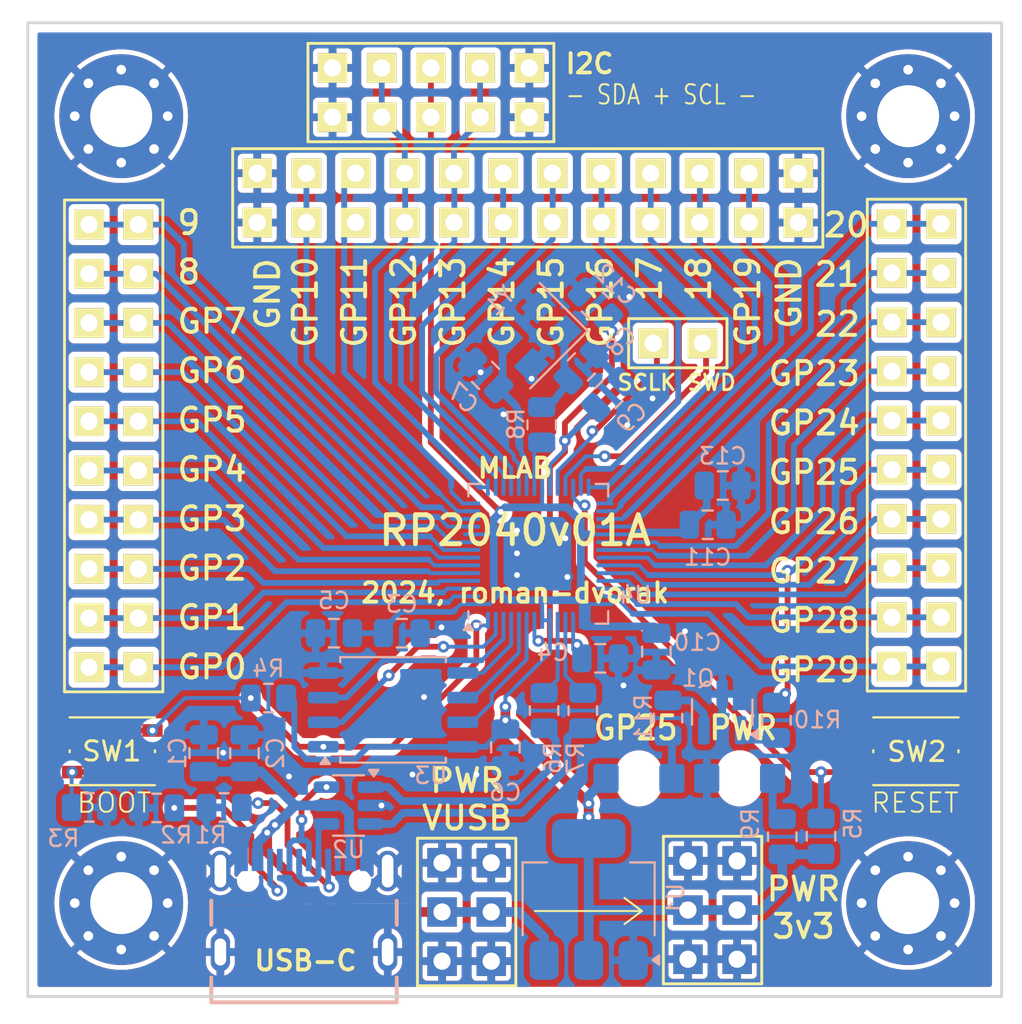
<source format=kicad_pcb>
(kicad_pcb (version 20221018) (generator pcbnew)
  (layers (0 "F.Cu" signal) (31 "B.Cu" signal) (34 "B.Paste" user) (35 "F.Paste" user) (36 "B.SilkS" user "B.Silkscreen") (37 "F.SilkS" user "F.Silkscreen") (38 "B.Mask" user) (39 "F.Mask" user) (44 "Edge.Cuts" user))
  (net 0 "")
  (net 1 "GND")
  (net 2 "+5V")
  (net 3 "+3V3")
  (net 4 "+1V1")
  (net 5 "/SCLK")
  (net 6 "/SWD")
  (net 7 "Net-(Q1-B)")
  (net 8 "Net-(Q1-C)")
  (net 9 "Net-(R3-Pad1)")
  (net 10 "/USB_DP")
  (net 11 "/USB_DN")
  (net 12 "Net-(D1-A)")
  (net 13 "Net-(D2-K)")
  (net 14 "/GPIO0")
  (net 15 "/GPIO1")
  (net 16 "/GPIO2")
  (net 17 "/GPIO3")
  (net 18 "/GPIO4")
  (net 19 "/GPIO5")
  (net 20 "/GPIO6")
  (net 21 "/GPIO7")
  (net 22 "/GPIO8")
  (net 23 "/GPIO9")
  (net 24 "/GPIO10")
  (net 25 "/GPIO11")
  (net 26 "/GPIO12")
  (net 27 "/GPIO13")
  (net 28 "/GPIO14")
  (net 29 "/GPIO15")
  (net 30 "/GPIO16")
  (net 31 "/GPIO17")
  (net 32 "/GPIO18")
  (net 33 "/GPIO19")
  (net 34 "/GPIO20")
  (net 35 "/GPIO21")
  (net 36 "/GPIO22")
  (net 37 "/GPIO23")
  (net 38 "/GPIO24")
  (net 39 "/GPIO25")
  (net 40 "/GPIO26")
  (net 41 "/GPIO27")
  (net 42 "/GPIO28")
  (net 43 "/GPIO29")
  (net 44 "Net-(U4-XIN)")
  (net 45 "Net-(C8-Pad2)")
  (net 46 "Net-(J2-CC1)")
  (net 47 "Net-(J2-D+-PadA6)")
  (net 48 "Net-(J2-D--PadA7)")
  (net 50 "Net-(J2-CC2)")
  (net 52 "Net-(U3-~{CS})")
  (net 53 "Net-(U4-RUN)")
  (net 54 "Net-(U4-USB_DP)")
  (net 55 "Net-(U4-USB_DM)")
  (net 56 "Net-(U4-XOUT)")
  (net 57 "Net-(U3-IO3)")
  (net 58 "Net-(U3-CLK)")
  (net 59 "Net-(U3-DI(IO0))")
  (net 60 "Net-(U3-IO2)")
  (net 61 "Net-(U3-DO(IO1))")
  (footprint "MountingHole:MountingHole_3.2mm_M3_Pad_Via" (layer "F.Cu") (at 128.18 125.32)
    (property "Value" "MountingHole_Pad")
    (fp_text reference "H3" hide)
    (fp_text value "MountingHole_Pad" hide)
  )
  (footprint "MountingHole:MountingHole_3.2mm_M3_Pad_Via" (layer "F.Cu") (at 168.82 125.32)
    (property "Value" "MountingHole_Pad")
    (fp_text reference "H4" hide)
    (fp_text value "MountingHole_Pad" hide)
  )
  (footprint "Mlab_Pin_Headers:Straight_2x03" (layer "F.Cu") (at 158.72 125.68)
    (fp_text reference "J3" hide)
    (fp_text value "HEADER_1x03" hide)
  )
  (footprint "Mlab_Pin_Headers:Straight_2x05" (layer "F.Cu") (at 144.175 83.46 -90)
    (fp_text reference "J8" hide)
    (fp_text value "HEADER_2x05" hide)
  )
  (footprint "Button_Switch_SMD:SW_Push_1P1T_NO_Vertical_Wuerth_434133025816" (layer "F.Cu") (at 169.22 117.48)
    (fp_text reference "SW2")
    (fp_text value "434133025816" hide)
  )
  (footprint "Mlab_Pin_Headers:Straight_2x10" (layer "F.Cu") (at 169.25 101.67)
    (fp_text reference "J6" hide)
    (fp_text value "HEADER_1x10" hide)
  )
  (footprint "MountingHole:MountingHole_3.2mm_M3_Pad_Via" (layer "F.Cu") (at 168.82 84.68)
    (property "Value" "MountingHole_Pad")
    (fp_text reference "H2" hide)
    (fp_text value "MountingHole_Pad" hide)
  )
  (footprint "Mlab_Pin_Headers:Straight_2x03" (layer "F.Cu") (at 146.02 125.78)
    (fp_text reference "J1" hide)
    (fp_text value "HEADER_1x03" hide)
  )
  (footprint "Mlab_Pin_Headers:Straight_2x10" (layer "F.Cu") (at 127.79 101.71 180)
    (fp_text reference "J5" hide)
    (fp_text value "HEADER_1x10" hide)
  )
  (footprint "Mlab_Pin_Headers:Straight_1x02" (layer "F.Cu") (at 156.925 96.405 -90)
    (fp_text reference "J4" hide)
    (fp_text value "HEADER_1x10" hide)
  )
  (footprint "MountingHole:MountingHole_3.2mm_M3_Pad_Via" (layer "F.Cu") (at 128.18 84.68)
    (property "Value" "MountingHole_Pad")
    (fp_text reference "H1" hide)
    (fp_text value "MountingHole_Pad" hide)
  )
  (footprint "Button_Switch_SMD:SW_Push_1P1T_NO_Vertical_Wuerth_434133025816" (layer "F.Cu") (at 127.72 117.48 180)
    (fp_text reference "SW1")
    (fp_text value "434133025816" hide)
  )
  (footprint "Mlab_Pin_Headers:Straight_2x12" (layer "F.Cu") (at 149.175 88.9 90)
    (fp_text reference "J7" hide)
    (fp_text value "HEADER_1x10" hide)
  )
  (footprint "Capacitor_SMD:C_0805_2012Metric" (layer "B.Cu") (at 151.945 97.63 -135)
    (fp_text reference "C8")
    (fp_text value "27p")
  )
  (footprint "Capacitor_SMD:C_0805_2012Metric" (layer "B.Cu") (at 148.02 117.28 -90)
    (fp_text reference "C6")
    (fp_text value "100n")
  )
  (footprint "Capacitor_SMD:C_0805_2012Metric" (layer "B.Cu") (at 142.67 111.38)
    (fp_text reference "C3")
    (fp_text value "10u")
  )
  (footprint "Package_TO_SOT_SMD:SOT-223-3_TabPin2" (layer "B.Cu") (at 152.32 125.13 90)
    (fp_text reference "U1")
    (fp_text value "NCP1117-3.3")
  )
  (footprint "Package_SO:SOIC-8_5.23x5.23mm_P1.27mm" (layer "B.Cu") (at 142.22 115.3425)
    (fp_text reference "U3")
    (fp_text value "W25Q64JVSSIQ")
  )
  (footprint "Mlab_CON:USBC GCT_USB4105-GF-A" (layer "B.Cu") (at 137.62 127.845 180)
    (fp_text reference "J2" hide)
    (fp_text value "USBC_USB4105-GF-A" hide)
  )
  (footprint "Capacitor_SMD:C_0805_2012Metric" (layer "B.Cu") (at 139.17 111.38 180)
    (fp_text reference "C5")
    (fp_text value "100n")
  )
  (footprint "Package_TO_SOT_SMD:SOT-23" (layer "B.Cu") (at 159.22 115.455 90)
    (fp_text reference "Q1")
    (fp_text value "BC817-25")
  )
  (footprint "Package_DFN_QFN:QFN-56-1EP_7x7mm_P0.4mm_EP3.2x3.2mm" (layer "B.Cu") (at 149.72 107.28)
    (fp_text reference "U4")
    (fp_text value "RP2040")
  )
  (footprint "Crystal:Crystal_SMD_SeikoEpson_FA238V-4Pin_3.2x2.5mm" (layer "B.Cu") (at 149.549277 96.01722 -135)
    (fp_text reference "Y1")
    (fp_text value "LFXTAL082069")
  )
  (footprint "Capacitor_SMD:C_0805_2012Metric" (layer "B.Cu") (at 152.92 112.68)
    (fp_text reference "C4")
    (fp_text value "100n")
  )
  (footprint "Capacitor_SMD:C_0805_2012Metric" (layer "B.Cu") (at 158.47 105.78)
    (fp_text reference "C11")
    (fp_text value "100n")
  )
  (footprint "Resistor_SMD:R_0805_2012Metric" (layer "B.Cu") (at 133.495 120.38 180)
    (fp_text reference "R1")
    (fp_text value "5k1")
  )
  (footprint "Resistor_SMD:R_0805_2012Metric" (layer "B.Cu") (at 164.32 121.8675 90)
    (fp_text reference "R5")
    (fp_text value "1k")
  )
  (footprint "Resistor_SMD:R_0805_2012Metric" (layer "B.Cu") (at 150.02 115.38 90)
    (fp_text reference "R6")
    (fp_text value "27R4")
  )
  (footprint "Resistor_SMD:R_0805_2012Metric" (layer "B.Cu") (at 156.42 115.7675 90)
    (fp_text reference "R11")
    (fp_text value "390R")
  )
  (footprint "Mlab_D:LED_1206_KPTR" (layer "B.Cu") (at 154.92 118.88)
    (fp_text reference "D2" hide)
    (fp_text value "Green" hide)
  )
  (footprint "Package_TO_SOT_SMD:SOT-23-6" (layer "B.Cu") (at 139.92 120.28 180)
    (fp_text reference "U2")
    (fp_text value "USBLC6-2SC6")
  )
  (footprint "Resistor_SMD:R_0805_2012Metric" (layer "B.Cu") (at 135.7825 114.73 180)
    (fp_text reference "R4")
    (fp_text value "DNF")
  )
  (footprint "Resistor_SMD:R_0805_2012Metric" (layer "B.Cu") (at 130.0075 120.405 180)
    (fp_text reference "R2")
    (fp_text value "5k1")
  )
  (footprint "Resistor_SMD:R_0805_2012Metric" (layer "B.Cu") (at 126.5325 120.38)
    (fp_text reference "R3")
    (fp_text value "1k")
  )
  (footprint "Capacitor_SMD:C_0805_2012Metric" (layer "B.Cu") (at 152.67 94.43 135)
    (fp_text reference "C12")
    (fp_text value "1u")
  )
  (footprint "Resistor_SMD:R_0805_2012Metric" (layer "B.Cu") (at 162.02 115.88 -90)
    (fp_text reference "R10")
    (fp_text value "200R")
  )
  (footprint "Resistor_SMD:R_0805_2012Metric" (layer "B.Cu") (at 162.32 121.8925 -90)
    (property "Value" "200R")
    (fp_text reference "R9")
    (fp_text value "200R")
  )
  (footprint "Resistor_SMD:R_0805_2012Metric" (layer "B.Cu") (at 152.02 115.38 90)
    (fp_text reference "R7")
    (fp_text value "27R4")
  )
  (footprint "Capacitor_SMD:C_0805_2012Metric" (layer "B.Cu") (at 159.245 103.755)
    (fp_text reference "C13")
    (fp_text value "1u")
  )
  (footprint "Capacitor_SMD:C_0805_2012Metric" (layer "B.Cu") (at 153.366751 99.058249 45)
    (fp_text reference "C9")
    (fp_text value "100n")
  )
  (footprint "Mlab_D:LED_1206_KPTR" (layer "B.Cu") (at 160.12 118.88 180)
    (fp_text reference "D1" hide)
    (fp_text value "Red" hide)
  )
  (footprint "Resistor_SMD:R_0805_2012Metric" (layer "B.Cu") (at 149.895 100.6175 90)
    (fp_text reference "R8")
    (fp_text value "1k")
  )
  (footprint "Capacitor_SMD:C_0805_2012Metric" (layer "B.Cu") (at 155.82 112.33 -90)
    (fp_text reference "C10")
    (fp_text value "100n")
  )
  (footprint "Capacitor_SMD:C_0805_2012Metric" (layer "B.Cu") (at 147.000749 98.065749 -45)
    (fp_text reference "C7")
    (fp_text value "27p")
  )
  (footprint "Capacitor_SMD:C_0805_2012Metric" (layer "B.Cu") (at 134.545 117.58 90)
    (fp_text reference "C2")
    (fp_text value "10u")
  )
  (footprint "Capacitor_SMD:C_0805_2012Metric" (layer "B.Cu") (at 132.445 117.58 90)
    (fp_text reference "C1")
    (fp_text value "100n")
  )
  (gr_line (start 154.17 125.055) (end 155.07 125.73) (stroke (width 0.1)) (layer "F.SilkS"))
  (gr_line (start 155.07 125.73) (end 154.17 126.405) (stroke (width 0.1)) (layer "F.SilkS"))
  (gr_line (start 155.07 125.73) (end 154.17 125.055) (stroke (width 0.1)) (layer "F.SilkS"))
  (gr_line (start 149.545 125.73) (end 155.07 125.73) (stroke (width 0.1)) (layer "F.SilkS"))
  (gr_rect (start 123.354 79.854) (end 173.646 130.145999) (stroke (width 0.15)) (fill none) (layer "Edge.Cuts"))
  (gr_text "\n22" (at 166.445 96.13) (layer "F.SilkS") (effects (font (size 1.2 1.2) (thickness 0.2) bold) (justify right bottom)))
  (gr_text "GP28" (at 166.445 111.43) (layer "F.SilkS") (effects (font (size 1.2 1.2) (thickness 0.2) bold) (justify right bottom)))
  (gr_text "17\n" (at 156.167216 91.805 90) (layer "F.SilkS") (effects (font (size 1.2 1.2) (thickness 0.2) bold) (justify right bottom)))
  (gr_text "GP4\n" (at 130.97 103.63) (layer "F.SilkS") (effects (font (size 1.2 1.2) (thickness 0.2) bold) (justify left bottom)))
  (gr_text "GP26" (at 166.445 106.33) (layer "F.SilkS") (effects (font (size 1.2 1.2) (thickness 0.2) bold) (justify right bottom)))
  (gr_text "BOOT\n" (at 125.82 120.73) (layer "F.SilkS") (effects (font (size 1 1) (thickness 0.1)) (justify left bottom)))
  (gr_text "GP2" (at 130.97 108.73) (layer "F.SilkS") (effects (font (size 1.2 1.2) (thickness 0.2) bold) (justify left bottom)))
  (gr_text "GP19" (at 161.245 91.78 90) (layer "F.SilkS") (effects (font (size 1.2 1.2) (thickness 0.2) bold) (justify right bottom)))
  (gr_text "21" (at 166.42 93.555) (layer "F.SilkS") (effects (font (size 1.2 1.2) (thickness 0.2) bold) (justify right bottom)))
  (gr_text "GP16" (at 153.628328 91.805 90) (layer "F.SilkS") (effects (font (size 1.2 1.2) (thickness 0.2) bold) (justify right bottom)))
  (gr_text "GP23" (at 166.445 98.68) (layer "F.SilkS") (effects (font (size 1.2 1.2) (thickness 0.2) bold) (justify right bottom)))
  (gr_text "GP3" (at 130.97 106.18) (layer "F.SilkS") (effects (font (size 1.2 1.2) (thickness 0.2) bold) (justify left bottom)))
  (gr_text "GP6" (at 130.97 98.53) (layer "F.SilkS") (effects (font (size 1.2 1.2) (thickness 0.2) bold) (justify left bottom)))
  (gr_text "GND" (at 163.37 91.855 90) (layer "F.SilkS") (effects (font (size 1.2 1.2) (thickness 0.2) bold) (justify right bottom)))
  (gr_text "GP25" (at 166.445 103.78) (layer "F.SilkS") (effects (font (size 1.2 1.2) (thickness 0.2) bold) (justify right bottom)))
  (gr_text "GP5\n" (at 130.97 101.08) (layer "F.SilkS") (effects (font (size 1.2 1.2) (thickness 0.2) bold) (justify left bottom)))
  (gr_text "GP13" (at 146.011664 91.805 90) (layer "F.SilkS") (effects (font (size 1.2 1.2) (thickness 0.2) bold) (justify right bottom)))
  (gr_text "PWR\n3v3" (at 163.42 127.23) (layer "F.SilkS") (effects (font (size 1.2 1.2) (thickness 0.2) bold) (justify bottom)))
  (gr_text "GP0" (at 130.97 113.83) (layer "F.SilkS") (effects (font (size 1.2 1.2) (thickness 0.2) bold) (justify left bottom)))
  (gr_text "RESET" (at 166.845 120.73) (layer "F.SilkS") (effects (font (size 1 1) (thickness 0.1)) (justify left bottom)))
  (gr_text "\n9" (at 130.97 90.88) (layer "F.SilkS") (effects (font (size 1.2 1.2) (thickness 0.2) bold) (justify left bottom)))
  (gr_text "GP27" (at 166.445 108.88) (layer "F.SilkS") (effects (font (size 1.2 1.2) (thickness 0.2) bold) (justify right bottom)))
  (gr_text "GP10" (at 138.395 91.805 90) (layer "F.SilkS") (effects (font (size 1.2 1.2) (thickness 0.2) bold) (justify right bottom)))
  (gr_text "GP11" (at 140.933888 91.805 90) (layer "F.SilkS") (effects (font (size 1.2 1.2) (thickness 0.2) bold) (justify right bottom)))
  (gr_text "I2C" (at 151.02 82.555) (layer "F.SilkS") (effects (font (size 1 1) (thickness 0.2) bold) (justify left bottom)))
  (gr_text "GP14" (at 148.550552 91.805 90) (layer "F.SilkS") (effects (font (size 1.2 1.2) (thickness 0.2) bold) (justify right bottom)))
  (gr_text "USB-C" (at 134.945 128.88) (layer "F.SilkS") (effects (font (size 1 1) (thickness 0.2) bold) (justify left bottom)))
  (gr_text "SCLK SWD" (at 153.72 98.905) (layer "F.SilkS") (effects (font (size 0.8 0.8) (thickness 0.15) bold) (justify left bottom)))
  (gr_text "18" (at 158.706104 91.805 90) (layer "F.SilkS") (effects (font (size 1.2 1.2) (thickness 0.2) bold) (justify right bottom)))
  (gr_text "GP29" (at 166.445 113.98) (layer "F.SilkS") (effects (font (size 1.2 1.2) (thickness 0.2) bold) (justify right bottom)))
  (gr_text "GND" (at 136.445 91.905 90) (layer "F.SilkS") (effects (font (size 1.2 1.2) (thickness 0.2) bold) (justify right bottom)))
  (gr_text "RP2040v01A" (at 148.52 106.08) (layer "F.SilkS") (effects (font (size 1.5 1.5) (thickness 0.25) bold)))
  (gr_text "GP15" (at 151.08944 91.805 90) (layer "F.SilkS") (effects (font (size 1.2 1.2) (thickness 0.2) bold) (justify right bottom)))
  (gr_text "GP7" (at 130.97 95.98) (layer "F.SilkS") (effects (font (size 1.2 1.2) (thickness 0.2) bold) (justify left bottom)))
  (gr_text "GP12" (at 143.472776 91.805 90) (layer "F.SilkS") (effects (font (size 1.2 1.2) (thickness 0.2) bold) (justify right bottom)))
  (gr_text "PWR\nVUSB" (at 146.045 121.63) (layer "F.SilkS") (effects (font (size 1.2 1.2) (thickness 0.2) bold) (justify bottom)))
  (gr_text "MLAB\n\n\n\n2024, roman-dvorak" (at 148.52 106.08) (layer "F.SilkS") (effects (font (size 1 1) (thickness 0.2) bold)))
  (gr_text "GP25  PWR" (at 157.32 116.98) (layer "F.SilkS") (effects (font (size 1.2 1.1) (thickness 0.2) bold) (justify bottom)))
  (gr_text "8" (at 130.97 93.43) (layer "F.SilkS") (effects (font (size 1.2 1.2) (thickness 0.2) bold) (justify left bottom)))
  (gr_text "- SDA + SCL -" (at 151.07 84.155) (layer "F.SilkS") (effects (font (size 1 0.8) (thickness 0.1)) (justify left bottom)))
  (gr_text "GP1" (at 130.97 111.28) (layer "F.SilkS") (effects (font (size 1.2 1.2) (thickness 0.2) bold) (justify left bottom)))
  (gr_text "20" (at 164.345 91.005) (layer "F.SilkS") (effects (font (size 1.2 1.2) (thickness 0.2) bold) (justify left bottom)))
  (gr_text "GP24" (at 166.445 101.23) (layer "F.SilkS") (effects (font (size 1.2 1.2) (thickness 0.2) bold) (justify right bottom)))
  (via (at 157.295 111.28) (size 0.6) (drill 0.3) (layers "F.Cu" "B.Cu") (net 1))
  (via (at 143.22 118.68) (size 0.6) (drill 0.3) (layers "F.Cu" "B.Cu") (net 1))
  (via (at 147.92 100.08) (size 0.6) (drill 0.3) (layers "F.Cu" "B.Cu") (net 1))
  (via (at 143.82 114.68) (size 0.6) (drill 0.3) (layers "F.Cu" "B.Cu") (net 1))
  (via (at 141.62 120.28) (size 0.6) (drill 0.3) (layers "F.Cu" "B.Cu") (net 1))
  (via (at 154.32 100.63) (size 0.6) (drill 0.3) (layers "F.Cu" "B.Cu") (net 1))
  (via (at 144.72 111.08) (size 0.6) (drill 0.3) (layers "F.Cu" "B.Cu") (net 1))
  (via (at 146.52 118.68) (size 0.6) (drill 0.3) (layers "F.Cu" "B.Cu") (net 1))
  (via (at 151.12 106.48) (size 0.6) (drill 0.3) (layers "F.Cu" "B.Cu") (net 1))
  (via (at 155.62 99.255) (size 0.6) (drill 0.3) (layers "F.Cu" "B.Cu") (net 1))
  (via (at 136.845 118.78) (size 0.6) (drill 0.3) (layers "F.Cu" "B.Cu") (net 1))
  (via (at 154.12 114.08) (size 0.6) (drill 0.3) (layers "F.Cu" "B.Cu") (net 1))
  (via (at 146.745 97.905) (size 0.6) (drill 0.3) (layers "F.Cu" "B.Cu") (net 1))
  (via (at 148.62 107.255) (size 0.6) (drill 0.3) (layers "F.Cu" "B.Cu") (net 1))
  (via (at 149.3725 98.2375) (size 0.6) (drill 0.3) (layers "F.Cu" "B.Cu") (net 1))
  (via (at 154.42 94.005) (size 0.6) (drill 0.3) (layers "F.Cu" "B.Cu") (net 1))
  (via (at 151.22 108.48) (size 0.6) (drill 0.3) (layers "F.Cu" "B.Cu") (net 1))
  (via (at 148.62 106.08) (size 0.6) (drill 0.3) (layers "F.Cu" "B.Cu") (net 1))
  (via (at 133.445 117.555) (size 0.6) (drill 0.3) (layers "F.Cu" "B.Cu") (net 1))
  (via (at 143.22 92.03) (size 0.6) (drill 0.3) (layers "F.Cu" "B.Cu") (net 1))
  (via (at 148.62 108.38) (size 0.6) (drill 0.3) (layers "F.Cu" "B.Cu") (net 1))
  (segment (start 148.72 102.63) (end 148.445 102.355) (width 0.2) (layer "B.Cu") (net 1))
  (segment (start 149.3725 97.5375) (end 150.13 96.78) (width 0.5) (layer "B.Cu") (net 1))
  (segment (start 148.72 103.8425) (end 148.72 102.63) (width 0.2) (layer "B.Cu") (net 1))
  (segment (start 149.726054 94.49694) (end 148.97 93.740886) (width 0.5) (layer "B.Cu") (net 1))
  (segment (start 148.445 102.355) (end 148.445 102.155) (width 0.2) (layer "B.Cu") (net 1))
  (segment (start 146.82 97.98) (end 145.645 96.805) (width 0.5) (layer "B.Cu") (net 1))
  (segment (start 147.92 101.63) (end 147.92 100.08) (width 0.2) (layer "B.Cu") (net 1))
  (segment (start 148.445 102.155) (end 147.92 101.63) (width 0.2) (layer "B.Cu") (net 1))
  (segment (start 149.726054 94.49694) (end 149.02 95.202994) (width 0.5) (layer "B.Cu") (net 1))
  (segment (start 153.3325 96.5175) (end 152.1075 97.7425) (width 0.4) (layer "B.Cu") (net 1))
  (segment (start 135.72 121.68) (end 136.12 121.28) (width 0.5) (layer "F.Cu") (net 2))
  (segment (start 135.72 122.705) (end 135.72 121.68) (width 0.5) (layer "F.Cu") (net 2))
  (segment (start 144.75 125.78) (end 138.795 125.78) (width 0.5) (layer "F.Cu") (net 2))
  (segment (start 138.795 125.78) (end 135.72 122.705) (width 0.5) (layer "F.Cu") (net 2))
  (via (at 136.12 121.28) (size 0.6) (drill 0.3) (layers "F.Cu" "B.Cu") (net 2))
  (via (at 135.72 121.68) (size 0.6) (drill 0.3) (layers "F.Cu" "B.Cu") (net 2))
  (segment (start 137.155 120.28) (end 139.547684 120.28) (width 0.5) (layer "B.Cu") (net 2))
  (segment (start 144.75 125.78) (end 147.29 125.78) (width 0.5) (layer "B.Cu") (net 2))
  (segment (start 137.155 120.28) (end 135.405 118.53) (width 0.5) (layer "B.Cu") (net 2))
  (segment (start 135.755 121.68) (end 135.72 121.68) (width 0.5) (layer "B.Cu") (net 2))
  (segment (start 148.72 125.78) (end 150.02 127.08) (width 0.5) (layer "B.Cu") (net 2))
  (segment (start 140.02 121.707684) (end 140.02 123.09) (width 0.5) (layer "B.Cu") (net 2))
  (segment (start 139.945 120.677316) (end 139.945 121.632684) (width 0.5) (layer "B.Cu") (net 2))
  (segment (start 139.945 121.632684) (end 140.02 121.707684) (width 0.5) (layer "B.Cu") (net 2))
  (segment (start 136.155 121.28) (end 137.155 120.28) (width 0.5) (layer "B.Cu") (net 2))
  (segment (start 139.547684 120.28) (end 139.945 120.677316) (width 0.5) (layer "B.Cu") (net 2))
  (segment (start 136.12 121.28) (end 136.12 121.315) (width 0.5) (layer "B.Cu") (net 2))
  (segment (start 135.405 118.53) (end 132.445 118.53) (width 0.5) (layer "B.Cu") (net 2))
  (segment (start 150.02 127.08) (end 150.02 128.28) (width 0.5) (layer "B.Cu") (net 2))
  (segment (start 135.72 121.715) (end 135.22 122.215) (width 0.5) (layer "B.Cu") (net 2))
  (segment (start 135.22 122.215) (end 135.22 123.09) (width 0.5) (layer "B.Cu") (net 2))
  (segment (start 136.12 121.315) (end 135.755 121.68) (width 0.5) (layer "B.Cu") (net 2))
  (segment (start 136.12 121.28) (end 136.155 121.28) (width 0.5) (layer "B.Cu") (net 2))
  (segment (start 147.29 125.78) (end 148.72 125.78) (width 0.5) (layer "B.Cu") (net 2))
  (segment (start 135.72 121.68) (end 135.72 121.715) (width 0.5) (layer "B.Cu") (net 2))
  (segment (start 144.175 97.183529) (end 144.17 97.188529) (width 0.3) (layer "F.Cu") (net 3))
  (segment (start 152.32 120.18) (end 148.27 116.13) (width 0.5) (layer "F.Cu") (net 3))
  (segment (start 144.17 101.53) (end 147.7575 105.1175) (width 0.3) (layer "F.Cu") (net 3))
  (segment (start 148.02 115.88) (end 148.02 115.18) (width 0.5) (layer "F.Cu") (net 3))
  (segment (start 152.32 120.88) (end 152.32 120.18) (width 0.5) (layer "F.Cu") (net 3))
  (segment (start 144.17 97.188529) (end 144.17 101.53) (width 0.3) (layer "F.Cu") (net 3))
  (segment (start 147.7575 105.1175) (end 147.7825 105.1175) (width 0.3) (layer "F.Cu") (net 3))
  (segment (start 148.27 116.13) (end 148.02 115.88) (width 0.5) (layer "F.Cu") (net 3))
  (segment (start 144.175 82.19) (end 144.175 97.183529) (width 0.3) (layer "F.Cu") (net 3))
  (via (at 148.02 115.18) (size 0.6) (drill 0.3) (layers "F.Cu" "B.Cu") (net 3))
  (via (at 152.32 120.18) (size 0.6) (drill 0.3) (layers "F.Cu" "B.Cu") (net 3))
  (via (at 152.32 120.88) (size 0.6) (drill 0.3) (layers "F.Cu" "B.Cu") (net 3))
  (via (at 147.7825 105.1175) (size 0.6) (drill 0.3) (layers "F.Cu" "B.Cu") (net 3))
  (via (at 148.02 115.88) (size 0.6) (drill 0.3) (layers "F.Cu" "B.Cu") (net 3))
  (segment (start 149.92 110.7175) (end 149.92 109.88) (width 0.2) (layer "B.Cu") (net 3))
  (segment (start 148.02 115.18) (end 148.02 114.68) (width 0.2) (layer "B.Cu") (net 3))
  (segment (start 145.32 110.28) (end 142.62 110.28) (width 0.3) (layer "B.Cu") (net 3))
  (segment (start 152.42 106.28) (end 153.1575 106.28) (width 0.2) (layer "B.Cu") (net 3))
  (segment (start 145.72 109.88) (end 145.42 110.18) (width 0.2) (layer "B.Cu") (net 3))
  (segment (start 148.12 109.68) (end 151.92 109.68) (width 0.4) (layer "B.Cu") (net 3))
  (segment (start 152.32 119.78) (end 153.22 118.88) (width 0.5) (layer "B.Cu") (net 3))
  (segment (start 147.0025 117.2475) (end 148.02 116.23) (width 0.3) (layer "B.Cu") (net 3))
  (segment (start 155.72 111.03) (end 152.17 111.03) (width 0.4) (layer "B.Cu") (net 3))
  (segment (start 162.32 122.805) (end 164.295 122.805) (width 0.5) (layer "B.Cu") (net 3))
  (segment (start 162.32 124.58) (end 162.32 122.805) (width 0.5) (layer "B.Cu") (net 3))
  (segment (start 145.82 117.2475) (end 147.0025 117.2475) (width 0.3) (layer "B.Cu") (net 3))
  (segment (start 147.42 106.28) (end 146.2825 106.28) (width 0.2) (layer "B.Cu") (net 3))
  (segment (start 152.32 110.68) (end 151.92 110.68) (width 0.2) (layer "B.Cu") (net 3))
  (segment (start 140.9275 117.2475) (end 140.2775 117.8975) (width 0.3) (layer "B.Cu") (net 3))
  (segment (start 152.32 121.98) (end 152.32 120.88) (width 0.5) (layer "B.Cu") (net 3))
  (segment (start 152.12 111.03) (end 152.12 109.93) (width 0.4) (layer "B.Cu") (net 3))
  (segment (start 146.2825 109.88) (end 145.72 109.88) (width 0.2) (layer "B.Cu") (net 3))
  (segment (start 146.2825 109.88) (end 147.22 109.88) (width 0.2) (layer "B.Cu") (net 3))
  (segment (start 145.42 110.18) (end 145.32 110.28) (width 0.3) (layer "B.Cu") (net 3))
  (segment (start 140.92 111.38) (end 140.12 111.38) (width 0.3) (layer "B.Cu") (net 3))
  (segment (start 137.758738 117.8975) (end 137.12 117.258762) (width 0.3) (layer "B.Cu") (net 3))
  (segment (start 150.32 110.7175) (end 150.32 110.18364) (width 0.2) (layer "B.Cu") (net 3))
  (segment (start 141.52 111.38) (end 140.92 111.38) (width 0.3) (layer "B.Cu") (net 3))
  (segment (start 151.92 109.88) (end 151.92 110.7175) (width 0.2) (layer "B.Cu") (net 3))
  (segment (start 149.92 110.7175) (end 150.32 110.7175) (width 0.2) (layer "B.Cu") (net 3))
  (segment (start 164.295 122.805) (end 164.32 122.78) (width 0.5) (layer "B.Cu") (net 3))
  (segment (start 140.92 111.38) (end 141.72 111.38) (width 0.3) (layer "B.Cu") (net 3))
  (segment (start 137.12 117.258762) (end 137.12 114.88) (width 0.3) (layer "B.Cu") (net 3))
  (segment (start 145.82 117.2475) (end 140.9275 117.2475) (width 0.3) (layer "B.Cu") (net 3))
  (segment (start 152.32 125.58) (end 152.32 128.28) (width 0.5) (layer "B.Cu") (net 3))
  (segment (start 151.195 104.88) (end 151.92 105.605) (width 0.4) (layer "B.Cu") (net 3))
  (segment (start 147.7825 105.1175) (end 148.02 104.88) (width 0.4) (layer "B.Cu") (net 3))
  (segment (start 159.99 125.68) (end 161.22 125.68) (width 0.5) (layer "B.Cu") (net 3))
  (segment (start 152.32 125.58) (end 152.32 121.98) (width 0.5) (layer "B.Cu") (net 3))
  (segment (start 148.02 104.88) (end 151.195 104.88) (width 0.4) (layer "B.Cu") (net 3))
  (segment (start 151.92 109.68) (end 152.17 109.93) (width 0.4) (layer "B.Cu") (net 3))
  (segment (start 154.82 106.28) (end 153.1575 106.28) (width 0.2) (layer "B.Cu") (net 3))
  (segment (start 159.99 125.68) (end 152.42 125.68) (width 0.5) (layer "B.Cu") (net 3))
  (segment (start 152.02 106.28) (end 152.42 106.28) (width 0.4) (layer "B.Cu") (net 3))
  (segment (start 154.92 106.18) (end 157.12 106.18) (width 0.4) (layer "B.Cu") (net 3))
  (segment (start 140.2775 117.8975) (end 137.758738 117.8975) (width 0.3) (layer "B.Cu") (net 3))
  (segment (start 152.32 110.7175) (end 152.32 109.88) (width 0.2) (layer "B.Cu") (net 3))
  (segment (start 148.02 116.33) (end 148.02 115.88) (width 0.2) (layer "B.Cu") (net 3))
  (segment (start 148.02 114.68) (end 150.32 112.38) (width 0.2) (layer "B.Cu") (net 3))
  (segment (start 142.62 110.28) (end 141.52 111.38) (width 0.3) (layer "B.Cu") (net 3))
  (segment (start 158.42 104.88) (end 158.42 103.78) (width 0.4) (layer "B.Cu") (net 3))
  (segment (start 150.32 112.38) (end 150.32 111.1175) (width 0.2) (layer "B.Cu") (net 3))
  (segment (start 149.92 103.8425) (end 149.92 104.88) (width 0.2) (layer "B.Cu") (net 3))
  (segment (start 152.32 120.18) (end 152.32 119.78) (width 0.5) (layer "B.Cu") (net 3))
  (segment (start 147.7825 105.1175) (end 147.42 105.48) (width 0.4) (layer "B.Cu") (net 3))
  (segment (start 152.22 109.88) (end 153.1575 109.88) (width 0.2) (layer "B.Cu") (net 3))
  (segment (start 157.12 106.18) (end 158.42 104.88) (width 0.4) (layer "B.Cu") (net 3))
  (segment (start 151.92 106.18) (end 151.92 109.68) (width 0.4) (layer "B.Cu") (net 3))
  (segment (start 154.92 106.18) (end 154.82 106.28) (width 0.2) (layer "B.Cu") (net 3))
  (segment (start 161.22 125.68) (end 162.32 124.58) (width 0.5) (layer "B.Cu") (net 3))
  (segment (start 151.92 105.605) (end 151.92 106.18) (width 0.4) (layer "B.Cu") (net 3))
  (segment (start 147.42 105.48) (end 147.42 108.98) (width 0.4) (layer "B.Cu") (net 3))
  (segment (start 147.42 108.98) (end 148.12 109.68) (width 0.4) (layer "B.Cu") (net 3))
  (segment (start 147.22 109.88) (end 147.62 109.48) (width 0.2) (layer "B.Cu") (net 3))
  (segment (start 150.32 111.78) (end 149.72 111.78) (width 0.3) (layer "F.Cu") (net 4))
  (segment (start 150.32 102.805) (end 150.32 111.78) (width 0.3) (layer "F.Cu") (net 4))
  (segment (start 151.095 101.443503) (end 151.095 102.03) (width 0.3) (layer "F.Cu") (net 4))
  (segment (start 151.095 101.443503) (end 151.095 100.53) (width 0.3) (layer "F.Cu") (net 4))
  (segment (start 151.095 102.03) (end 150.32 102.805) (width 0.3) (layer "F.Cu") (net 4))
  (segment (start 153.52 98.105) (end 153.52 95.78) (width 0.3) (layer "F.Cu") (net 4))
  (segment (start 149.72 111.78) (end 151.52 111.78) (width 0.3) (layer "F.Cu") (net 4))
  (segment (start 151.095 100.53) (end 153.52 98.105) (width 0.3) (layer "F.Cu") (net 4))
  (segment (start 151.52 111.78) (end 151.72 111.98) (width 0.3) (layer "F.Cu") (net 4))
  (via (at 153.52 95.78) (size 0.6) (drill 0.3) (layers "F.Cu" "B.Cu") (net 4))
  (via (at 149.72 111.78) (size 0.6) (drill 0.3) (layers "F.Cu" "B.Cu") (net 4))
  (via (at 151.095 101.443503) (size 0.6) (drill 0.3) (layers "F.Cu" "B.Cu") (net 4))
  (via (at 151.72 111.98) (size 0.6) (drill 0.3) (layers "F.Cu" "B.Cu") (net 4))
  (segment (start 151.095 101.905) (end 150.32 102.68) (width 0.2) (layer "B.Cu") (net 4))
  (segment (start 150.32 102.68) (end 150.32 103.8425) (width 0.2) (layer "B.Cu") (net 4))
  (segment (start 151.095 101.433249) (end 152.748249 99.78) (width 0.3) (layer "B.Cu") (net 4))
  (segment (start 152.748249 99.851751) (end 152.748249 99.78) (width 0.2) (layer "B.Cu") (net 4))
  (segment (start 151.52 110.7175) (end 151.52 112.23) (width 0.2) (layer "B.Cu") (net 4))
  (segment (start 149.52 110.7175) (end 149.52 111.58) (width 0.2) (layer "B.Cu") (net 4))
  (segment (start 151.095 101.443503) (end 151.095 101.433249) (width 0.3) (layer "B.Cu") (net 4))
  (segment (start 151.52 112.23) (end 151.97 112.68) (width 0.2) (layer "B.Cu") (net 4))
  (segment (start 151.095 101.443503) (end 151.095 101.905) (width 0.2) (layer "B.Cu") (net 4))
  (segment (start 149.52 111.58) (end 149.72 111.78) (width 0.2) (layer "B.Cu") (net 4))
  (segment (start 155.845 97.73) (end 155.845 95.99) (width 0.3) (layer "F.Cu") (net 5))
  (segment (start 152.506244 100.941245) (end 152.633755 100.941245) (width 0.3) (layer "F.Cu") (net 5))
  (segment (start 152.633755 100.941245) (end 155.845 97.73) (width 0.3) (layer "F.Cu") (net 5))
  (via (at 152.506244 100.941245) (size 0.6) (drill 0.3) (layers "F.Cu" "B.Cu") (net 5))
  (segment (start 152.506244 100.941245) (end 152.506244 101.218756) (width 0.2) (layer "B.Cu") (net 5))
  (segment (start 152.506244 101.218756) (end 150.72 103.005) (width 0.2) (layer "B.Cu") (net 5))
  (segment (start 150.72 103.005) (end 150.72 103.8425) (width 0.2) (layer "B.Cu") (net 5))
  (segment (start 153.14788 102.2425) (end 154.0325 102.2425) (width 0.3) (layer "F.Cu") (net 6))
  (segment (start 158.385 97.89) (end 158.385 95.99) (width 0.3) (layer "F.Cu") (net 6))
  (segment (start 154.0325 102.2425) (end 158.385 97.89) (width 0.3) (layer "F.Cu") (net 6))
  (via (at 153.14788 102.2425) (size 0.6) (drill 0.3) (layers "F.Cu" "B.Cu") (net 6))
  (segment (start 152.1825 102.2425) (end 151.12 103.305) (width 0.2) (layer "B.Cu") (net 6))
  (segment (start 153.14788 102.2425) (end 152.1825 102.2425) (width 0.2) (layer "B.Cu") (net 6))
  (segment (start 151.12 103.305) (end 151.12 103.8425) (width 0.2) (layer "B.Cu") (net 6))
  (segment (start 160.2325 116.88) (end 161.8075 116.88) (width 0.4) (layer "B.Cu") (net 7))
  (segment (start 158.27 115.53) (end 158.27 116.5175) (width 0.4) (layer "B.Cu") (net 8))
  (segment (start 156.42 114.855) (end 157.595 114.855) (width 0.4) (layer "B.Cu") (net 8))
  (segment (start 157.595 114.855) (end 158.27 115.53) (width 0.4) (layer "B.Cu") (net 8))
  (segment (start 129.795 118.555) (end 125.645 118.555) (width 0.3) (layer "F.Cu") (net 9))
  (via (at 125.645 118.555) (size 0.6) (drill 0.3) (layers "F.Cu" "B.Cu") (net 9))
  (segment (start 125.62 118.58) (end 125.645 118.555) (width 0.2) (layer "B.Cu") (net 9))
  (segment (start 125.62 120.38) (end 125.62 118.58) (width 0.2) (layer "B.Cu") (net 9))
  (segment (start 141.97 119.33) (end 141.0575 119.33) (width 0.4) (layer "B.Cu") (net 10))
  (segment (start 150.02 116.2925) (end 150.62 116.8925) (width 0.4) (layer "B.Cu") (net 10))
  (segment (start 148.620736 120.055) (end 142.695 120.055) (width 0.4) (layer "B.Cu") (net 10))
  (segment (start 150.62 116.8925) (end 150.62 118.055736) (width 0.4) (layer "B.Cu") (net 10))
  (segment (start 142.695 120.055) (end 141.97 119.33) (width 0.4) (layer "B.Cu") (net 10))
  (segment (start 150.62 118.055736) (end 148.620736 120.055) (width 0.4) (layer "B.Cu") (net 10))
  (segment (start 148.895 120.655) (end 142.745 120.655) (width 0.4) (layer "B.Cu") (net 11))
  (segment (start 151.22 118.33) (end 148.895 120.655) (width 0.4) (layer "B.Cu") (net 11))
  (segment (start 151.22 116.78) (end 151.22 118.33) (width 0.4) (layer "B.Cu") (net 11))
  (segment (start 152.02 116.2925) (end 151.7075 116.2925) (width 0.4) (layer "B.Cu") (net 11))
  (segment (start 142.17 121.23) (end 141.0575 121.23) (width 0.4) (layer "B.Cu") (net 11))
  (segment (start 151.7075 116.2925) (end 151.22 116.78) (width 0.4) (layer "B.Cu") (net 11))
  (segment (start 142.745 120.655) (end 142.17 121.23) (width 0.4) (layer "B.Cu") (net 11))
  (segment (start 161.82 120.48) (end 162.32 120.98) (width 0.2) (layer "B.Cu") (net 12))
  (segment (start 161.82 118.88) (end 161.82 120.48) (width 0.4) (layer "B.Cu") (net 12))
  (segment (start 156.62 118.88) (end 156.62 116.88) (width 0.4) (layer "B.Cu") (net 13))
  (segment (start 156.62 116.88) (end 156.42 116.68) (width 0.2) (layer "B.Cu") (net 13))
  (segment (start 145.37 109.48) (end 145.07 109.78) (width 0.2) (layer "B.Cu") (net 14))
  (segment (start 133.36 113.14) (end 126.52 113.14) (width 0.3) (layer "B.Cu") (net 14))
  (segment (start 146.2825 109.48) (end 145.37 109.48) (width 0.2) (layer "B.Cu") (net 14))
  (segment (start 145.07 109.78) (end 136.72 109.78) (width 0.3) (layer "B.Cu") (net 14))
  (segment (start 136.72 109.78) (end 133.36 113.14) (width 0.3) (layer "B.Cu") (net 14))
  (segment (start 135.52 109.28) (end 134.2 110.6) (width 0.3) (layer "B.Cu") (net 15))
  (segment (start 146.2825 109.08) (end 145.02 109.08) (width 0.2) (layer "B.Cu") (net 15))
  (segment (start 134.2 110.6) (end 126.52 110.6) (width 0.3) (layer "B.Cu") (net 15))
  (segment (start 145.02 109.08) (end 144.82 109.28) (width 0.2) (layer "B.Cu") (net 15))
  (segment (start 144.82 109.28) (end 135.52 109.28) (width 0.3) (layer "B.Cu") (net 15))
  (segment (start 144.62 108.68) (end 144.52 108.78) (width 0.2) (layer "B.Cu") (net 16))
  (segment (start 135.52 108.78) (end 134.8 108.06) (width 0.3) (layer "B.Cu") (net 16))
  (segment (start 134.8 108.06) (end 126.52 108.06) (width 0.3) (layer "B.Cu") (net 16))
  (segment (start 146.2825 108.68) (end 144.62 108.68) (width 0.2) (layer "B.Cu") (net 16))
  (segment (start 144.52 108.78) (end 135.52 108.78) (width 0.3) (layer "B.Cu") (net 16))
  (segment (start 144.12 108.28) (end 144.02 108.18) (width 0.2) (layer "B.Cu") (net 17))
  (segment (start 136.12 108.18) (end 133.46 105.52) (width 0.3) (layer "B.Cu") (net 17))
  (segment (start 146.2825 108.28) (end 144.12 108.28) (width 0.2) (layer "B.Cu") (net 17))
  (segment (start 133.46 105.52) (end 126.52 105.52) (width 0.3) (layer "B.Cu") (net 17))
  (segment (start 144.02 108.18) (end 136.12 108.18) (width 0.3) (layer "B.Cu") (net 17))
  (segment (start 144.356396 107.88) (end 144.056396 107.58) (width 0.2) (layer "B.Cu") (net 18))
  (segment (start 132.72 102.98) (end 126.52 102.98) (width 0.3) (layer "B.Cu") (net 18))
  (segment (start 146.2825 107.88) (end 144.356396 107.88) (width 0.2) (layer "B.Cu") (net 18))
  (segment (start 144.056396 107.58) (end 137.32 107.58) (width 0.3) (layer "B.Cu") (net 18))
  (segment (start 137.32 107.58) (end 132.72 102.98) (width 0.3) (layer "B.Cu") (net 18))
  (segment (start 144.592792 107.48) (end 144.092792 106.98) (width 0.2) (layer "B.Cu") (net 19))
  (segment (start 144.092792 106.98) (end 138.62 106.98) (width 0.3) (layer "B.Cu") (net 19))
  (segment (start 146.2825 107.48) (end 144.592792 107.48) (width 0.2) (layer "B.Cu") (net 19))
  (segment (start 132.08 100.44) (end 126.52 100.44) (width 0.3) (layer "B.Cu") (net 19))
  (segment (start 138.62 106.98) (end 132.08 100.44) (width 0.3) (layer "B.Cu") (net 19))
  (segment (start 144.129188 106.38) (end 139.827106 106.38) (width 0.3) (layer "B.Cu") (net 20))
  (segment (start 131.347106 97.9) (end 126.52 97.9) (width 0.3) (layer "B.Cu") (net 20))
  (segment (start 146.2825 107.08) (end 144.829188 107.08) (width 0.2) (layer "B.Cu") (net 20))
  (segment (start 139.827106 106.38) (end 131.347106 97.9) (width 0.3) (layer "B.Cu") (net 20))
  (segment (start 144.829188 107.08) (end 144.129188 106.38) (width 0.2) (layer "B.Cu") (net 20))
  (segment (start 130.6 95.36) (end 126.52 95.36) (width 0.3) (layer "B.Cu") (net 21))
  (segment (start 146.2825 106.68) (end 145.22 106.68) (width 0.2) (layer "B.Cu") (net 21))
  (segment (start 145.22 106.68) (end 144.42 105.88) (width 0.2) (layer "B.Cu") (net 21))
  (segment (start 141.12 105.88) (end 130.6 95.36) (width 0.3) (layer "B.Cu") (net 21))
  (segment (start 144.42 105.88) (end 141.12 105.88) (width 0.3) (layer "B.Cu") (net 21))
  (segment (start 145.056396 105.88) (end 144.556396 105.38) (width 0.2) (layer "B.Cu") (net 22))
  (segment (start 142.52 105.38) (end 129.96 92.82) (width 0.3) (layer "B.Cu") (net 22))
  (segment (start 129.96 92.82) (end 126.52 92.82) (width 0.3) (layer "B.Cu") (net 22))
  (segment (start 144.556396 105.38) (end 142.52 105.38) (width 0.3) (layer "B.Cu") (net 22))
  (segment (start 146.2825 105.88) (end 145.056396 105.88) (width 0.2) (layer "B.Cu") (net 22))
  (segment (start 131.42 92.605) (end 131.42 91.28) (width 0.3) (layer "B.Cu") (net 23))
  (segment (start 145.292792 105.48) (end 146.2825 105.48) (width 0.2) (layer "B.Cu") (net 23))
  (segment (start 131.42 91.28) (end 130.42 90.28) (width 0.3) (layer "B.Cu") (net 23))
  (segment (start 144.692792 104.88) (end 145.292792 105.48) (width 0.2) (layer "B.Cu") (net 23))
  (segment (start 143.695 104.88) (end 131.42 92.605) (width 0.3) (layer "B.Cu") (net 23))
  (segment (start 144.692792 104.88) (end 143.695 104.88) (width 0.3) (layer "B.Cu") (net 23))
  (segment (start 130.42 90.28) (end 126.52 90.28) (width 0.3) (layer "B.Cu") (net 23))
  (segment (start 144.629188 104.18) (end 145.529188 105.08) (width 0.2) (layer "B.Cu") (net 24))
  (segment (start 145.529188 105.08) (end 146.2825 105.08) (width 0.2) (layer "B.Cu") (net 24))
  (segment (start 144.629188 104.18) (end 137.745 97.295812) (width 0.3) (layer "B.Cu") (net 24))
  (segment (start 137.745 97.295812) (end 137.745 87.63) (width 0.3) (layer "B.Cu") (net 24))
  (segment (start 145.82 104.68) (end 145.32 104.18) (width 0.2) (layer "B.Cu") (net 25))
  (segment (start 146.2825 104.68) (end 145.82 104.68) (width 0.2) (layer "B.Cu") (net 25))
  (segment (start 145.32 104.18) (end 145.22 104.08) (width 0.2) (layer "B.Cu") (net 25))
  (segment (start 145.22 103.43) (end 139.695 97.905) (width 0.3) (layer "B.Cu") (net 25))
  (segment (start 139.695 88.22) (end 140.285 87.63) (width 0.3) (layer "B.Cu") (net 25))
  (segment (start 145.22 104.08) (end 145.22 103.78) (width 0.2) (layer "B.Cu") (net 25))
  (segment (start 139.695 97.905) (end 139.695 88.22) (width 0.3) (layer "B.Cu") (net 25))
  (segment (start 145.22 103.78) (end 145.22 103.43) (width 0.3) (layer "B.Cu") (net 25))
  (segment (start 142.845 87.65) (end 142.825 87.63) (width 0.3) (layer "B.Cu") (net 26))
  (segment (start 146.7325 103.8425) (end 146.7075 103.8425) (width 0.3) (layer "B.Cu") (net 26))
  (segment (start 142.845 91.105) (end 142.845 87.65) (width 0.3) (layer "B.Cu") (net 26))
  (segment (start 142.825 85.985) (end 142.825 87.63) (width 0.3) (layer "B.Cu") (net 26))
  (segment (start 146.7075 103.8425) (end 141.295 98.43) (width 0.3) (layer "B.Cu") (net 26))
  (segment (start 141.295 92.655) (end 142.845 91.105) (width 0.3) (layer "B.Cu") (net 26))
  (segment (start 147.12 103.8425) (end 146.7325 103.8425) (width 0.2) (layer "B.Cu") (net 26))
  (segment (start 141.635 82.19) (end 141.635 84.73) (width 0.3) (layer "B.Cu") (net 26))
  (segment (start 141.635 84.73) (end 141.635 84.795) (width 0.3) (layer "B.Cu") (net 26))
  (segment (start 141.295 98.43) (end 141.295 92.655) (width 0.3) (layer "B.Cu") (net 26))
  (segment (start 141.635 84.795) (end 142.825 85.985) (width 0.3) (layer "B.Cu") (net 26))
  (segment (start 146.851023 102.768129) (end 142.62 98.537106) (width 0.3) (layer "B.Cu") (net 27))
  (segment (start 145.385 87.65) (end 145.365 87.63) (width 0.3) (layer "B.Cu") (net 27))
  (segment (start 147.235337 103.023977) (end 147.52 103.30864) (width 0.2) (layer "B.Cu") (net 27))
  (segment (start 142.62 93.955) (end 145.385 91.19) (width 0.3) (layer "B.Cu") (net 27))
  (segment (start 147.52 103.30864) (end 147.52 103.8425) (width 0.2) (layer "B.Cu") (net 27))
  (segment (start 142.62 98.537106) (end 142.62 93.955) (width 0.3) (layer "B.Cu") (net 27))
  (segment (start 146.851023 102.768129) (end 147.106871 103.023977) (width 0.2) (layer "B.Cu") (net 27))
  (segment (start 145.365 86.285) (end 145.365 87.63) (width 0.3) (layer "B.Cu") (net 27))
  (segment (start 145.385 91.19) (end 145.385 87.65) (width 0.3) (layer "B.Cu") (net 27))
  (segment (start 146.715 84.935) (end 145.365 86.285) (width 0.3) (layer "B.Cu") (net 27))
  (segment (start 147.106871 103.023977) (end 147.235337 103.023977) (width 0.2) (layer "B.Cu") (net 27))
  (segment (start 146.715 82.19) (end 146.715 84.935) (width 0.3) (layer "B.Cu") (net 27))
  (segment (start 147.92 103.142954) (end 147.92 103.8425) (width 0.2) (layer "B.Cu") (net 28))
  (segment (start 143.72 95.505) (end 147.905 91.32) (width 0.3) (layer "B.Cu") (net 28))
  (segment (start 143.72 98.93) (end 143.72 95.505) (width 0.3) (layer "B.Cu") (net 28))
  (segment (start 147.351023 102.573977) (end 147.351023 102.561023) (width 0.3) (layer "B.Cu") (net 28))
  (segment (start 147.905 91.32) (end 147.905 87.63) (width 0.3) (layer "B.Cu") (net 28))
  (segment (start 147.351023 102.573977) (end 147.92 103.142954) (width 0.2) (layer "B.Cu") (net 28))
  (segment (start 147.351023 102.561023) (end 143.72 98.93) (width 0.3) (layer "B.Cu") (net 28))
  (segment (start 148.32 102.83) (end 148.32 103.8425) (width 0.2) (layer "B.Cu") (net 29))
  (segment (start 147.995 102.505) (end 147.995 102.497894) (width 0.3) (layer "B.Cu") (net 29))
  (segment (start 147.995 102.497894) (end 144.445 98.947894) (width 0.3) (layer "B.Cu") (net 29))
  (segment (start 144.445 97.055) (end 150.465 91.035) (width 0.3) (layer "B.Cu") (net 29))
  (segment (start 150.465 87.65) (end 150.445 87.63) (width 0.3) (layer "B.Cu") (net 29))
  (segment (start 147.995 102.505) (end 148.32 102.83) (width 0.2) (layer "B.Cu") (net 29))
  (segment (start 150.465 91.035) (end 150.465 87.65) (width 0.3) (layer "B.Cu") (net 29))
  (segment (start 144.445 98.947894) (end 144.445 97.055) (width 0.3) (layer "B.Cu") (net 29))
  (segment (start 152.985 90.17) (end 152.985 87.63) (width 0.3) (layer "B.Cu") (net 30))
  (segment (start 151.92 103.18) (end 151.92 103.8425) (width 0.2) (layer "B.Cu") (net 30))
  (segment (start 156.945 99.43) (end 156.945 95.255) (width 0.3) (layer "B.Cu") (net 30))
  (segment (start 152.2075 102.8925) (end 153.4825 102.8925) (width 0.3) (layer "B.Cu") (net 30))
  (segment (start 152.2075 102.8925) (end 151.92 103.18) (width 0.2) (layer "B.Cu") (net 30))
  (segment (start 153.4825 102.8925) (end 156.945 99.43) (width 0.3) (layer "B.Cu") (net 30))
  (segment (start 156.945 95.255) (end 152.985 91.295) (width 0.3) (layer "B.Cu") (net 30))
  (segment (start 152.985 91.295) (end 152.985 90.17) (width 0.3) (layer "B.Cu") (net 30))
  (segment (start 152.32 103.8425) (end 152.8325 103.8425) (width 0.2) (layer "B.Cu") (net 31))
  (segment (start 159.645 95.205) (end 155.525 91.085) (width 0.3) (layer "B.Cu") (net 31))
  (segment (start 152.87 103.805) (end 153.277106 103.805) (width 0.3) (layer "B.Cu") (net 31))
  (segment (start 153.277106 103.805) (end 159.645 97.437106) (width 0.3) (layer "B.Cu") (net 31))
  (segment (start 155.525 91.085) (end 155.525 87.63) (width 0.3) (layer "B.Cu") (net 31))
  (segment (start 159.645 97.437106) (end 159.645 95.205) (width 0.3) (layer "B.Cu") (net 31))
  (segment (start 152.8325 103.8425) (end 152.87 103.805) (width 0.2) (layer "B.Cu") (net 31))
  (segment (start 160.895 94.055) (end 158.065 91.225) (width 0.3) (layer "B.Cu") (net 32))
  (segment (start 153.42 104.405) (end 160.895 96.93) (width 0.3) (layer "B.Cu") (net 32))
  (segment (start 158.065 91.225) (end 158.065 87.63) (width 0.3) (layer "B.Cu") (net 32))
  (segment (start 153.42 104.555) (end 153.42 104.405) (width 0.3) (layer "B.Cu") (net 32))
  (segment (start 160.895 96.93) (end 160.895 94.055) (width 0.3) (layer "B.Cu") (net 32))
  (segment (start 160.605 90.17) (end 160.605 87.63) (width 0.3) (layer "B.Cu") (net 33))
  (segment (start 153.973401 104.826599) (end 153.72 105.08) (width 0.2) (layer "B.Cu") (net 33))
  (segment (start 160.605 91.365) (end 160.605 90.17) (width 0.3) (layer "B.Cu") (net 33))
  (segment (start 153.973401 104.701599) (end 162.27 96.405) (width 0.3) (layer "B.Cu") (net 33))
  (segment (start 162.27 96.405) (end 162.27 93.03) (width 0.3) (layer "B.Cu") (net 33))
  (segment (start 153.72 105.08) (end 153.1575 105.08) (width 0.2) (layer "B.Cu") (net 33))
  (segment (start 162.27 93.03) (end 160.605 91.365) (width 0.3) (layer "B.Cu") (net 33))
  (segment (start 153.973401 104.826599) (end 153.973401 104.701599) (width 0.3) (layer "B.Cu") (net 33))
  (segment (start 154.07 105.48) (end 153.1575 105.48) (width 0.2) (layer "B.Cu") (net 34))
  (segment (start 166.76 90.24) (end 170.52 90.24) (width 0.3) (layer "B.Cu") (net 34))
  (segment (start 154.2075 105.3425) (end 163.795 95.755) (width 0.3) (layer "B.Cu") (net 34))
  (segment (start 163.795 93.205) (end 166.76 90.24) (width 0.3) (layer "B.Cu") (net 34))
  (segment (start 154.2075 105.3425) (end 154.07 105.48) (width 0.2) (layer "B.Cu") (net 34))
  (segment (start 163.795 95.755) (end 163.795 93.205) (width 0.3) (layer "B.Cu") (net 34))
  (segment (start 170.52 90.24) (end 168.396 90.24) (width 0.2) (layer "B.Cu") (net 34))
  (segment (start 154.745 105.63) (end 165.495 94.88) (width 0.3) (layer "B.Cu") (net 35))
  (segment (start 165.495 94.23) (end 166.945 92.78) (width 0.3) (layer "B.Cu") (net 35))
  (segment (start 154.745 105.63) (end 154.495 105.88) (width 0.2) (layer "B.Cu") (net 35))
  (segment (start 166.945 92.78) (end 170.52 92.78) (width 0.3) (layer "B.Cu") (net 35))
  (segment (start 154.495 105.88) (end 153.1575 105.88) (width 0.2) (layer "B.Cu") (net 35))
  (segment (start 165.495 94.88) (end 165.495 94.23) (width 0.3) (layer "B.Cu") (net 35))
  (segment (start 161.62 105.18) (end 161.62 100.63) (width 0.3) (layer "B.Cu") (net 36))
  (segment (start 166.93 95.32) (end 170.52 95.32) (width 0.3) (layer "B.Cu") (net 36))
  (segment (start 155.82 106.68) (end 156.02 106.88) (width 0.2) (layer "B.Cu") (net 36))
  (segment (start 153.1575 106.68) (end 155.82 106.68) (width 0.2) (layer "B.Cu") (net 36))
  (segment (start 161.62 100.63) (end 166.93 95.32) (width 0.3) (layer "B.Cu") (net 36))
  (segment (start 159.92 106.88) (end 161.62 105.18) (width 0.3) (layer "B.Cu") (net 36))
  (segment (start 156.02 106.88) (end 159.92 106.88) (width 0.3) (layer "B.Cu") (net 36))
  (segment (start 160.52 107.38) (end 162.92 104.98) (width 0.3) (layer "B.Cu") (net 37))
  (segment (start 162.92 101.68) (end 166.74 97.86) (width 0.3) (layer "B.Cu") (net 37))
  (segment (start 153.1575 107.08) (end 155.583604 107.08) (width 0.2) (layer "B.Cu") (net 37))
  (segment (start 155.883604 107.38) (end 155.954314 107.38) (width 0.2) (layer "B.Cu") (net 37))
  (segment (start 166.74 97.86) (end 170.52 97.86) (width 0.3) (layer "B.Cu") (net 37))
  (segment (start 155.954314 107.38) (end 160.52 107.38) (width 0.3) (layer "B.Cu") (net 37))
  (segment (start 155.583604 107.08) (end 155.883604 107.38) (width 0.2) (layer "B.Cu") (net 37))
  (segment (start 162.92 104.98) (end 162.92 101.68) (width 0.3) (layer "B.Cu") (net 37))
  (segment (start 161.47 107.88) (end 164.42 104.93) (width 0.3) (layer "B.Cu") (net 38))
  (segment (start 164.42 102.58) (end 166.6 100.4) (width 0.3) (layer "B.Cu") (net 38))
  (segment (start 155.754314 107.88) (end 161.47 107.88) (width 0.3) (layer "B.Cu") (net 38))
  (segment (start 164.42 104.93) (end 164.42 102.58) (width 0.3) (layer "B.Cu") (net 38))
  (segment (start 166.6 100.4) (end 170.52 100.4) (width 0.3) (layer "B.Cu") (net 38))
  (segment (start 153.1575 107.48) (end 155.354314 107.48) (width 0.2) (layer "B.Cu") (net 38))
  (segment (start 155.354314 107.48) (end 155.754314 107.88) (width 0.2) (layer "B.Cu") (net 38))
  (segment (start 162.595 114.3925) (end 162.595 108.155) (width 0.3) (layer "F.Cu") (net 39))
  (segment (start 162.47625 114.51125) (end 162.595 114.3925) (width 0.3) (layer "F.Cu") (net 39))
  (via (at 162.595 108.155) (size 0.6) (drill 0.3) (layers "F.Cu" "B.Cu") (net 39))
  (via (at 162.47625 114.51125) (size 0.6) (drill 0.3) (layers "F.Cu" "B.Cu") (net 39))
  (segment (start 162.37 108.38) (end 162.595 108.155) (width 0.3) (layer "B.Cu") (net 39))
  (segment (start 154.92 107.88) (end 155.42 108.38) (width 0.2) (layer "B.Cu") (net 39))
  (segment (start 165.72 105.28) (end 165.72 104.08) (width 0.3) (layer "B.Cu") (net 39))
  (segment (start 165.72 104.08) (end 166.86 102.94) (width 0.3) (layer "B.Cu") (net 39))
  (segment (start 155.42 108.38) (end 162.37 108.38) (width 0.3) (layer "B.Cu") (net 39))
  (segment (start 162.845 108.155) (end 165.72 105.28) (width 0.3) (layer "B.Cu") (net 39))
  (segment (start 162.595 108.155) (end 162.845 108.155) (width 0.3) (layer "B.Cu") (net 39))
  (segment (start 153.1575 107.88) (end 154.92 107.88) (width 0.2) (layer "B.Cu") (net 39))
  (segment (start 166.86 102.94) (end 170.52 102.94) (width 0.3) (layer "B.Cu") (net 39))
  (segment (start 155.22 108.88) (end 163.72 108.88) (width 0.3) (layer "B.Cu") (net 40))
  (segment (start 163.72 108.88) (end 167.12 105.48) (width 0.3) (layer "B.Cu") (net 40))
  (segment (start 154.62 108.28) (end 155.22 108.88) (width 0.2) (layer "B.Cu") (net 40))
  (segment (start 167.12 105.48) (end 170.52 105.48) (width 0.3) (layer "B.Cu") (net 40))
  (segment (start 153.1575 108.28) (end 154.62 108.28) (width 0.2) (layer "B.Cu") (net 40))
  (segment (start 155.02 109.38) (end 165.545 109.38) (width 0.3) (layer "B.Cu") (net 41))
  (segment (start 153.1575 108.68) (end 154.32 108.68) (width 0.2) (layer "B.Cu") (net 41))
  (segment (start 166.905 108.02) (end 170.52 108.02) (width 0.3) (layer "B.Cu") (net 41))
  (segment (start 154.32 108.68) (end 155.02 109.38) (width 0.2) (layer "B.Cu") (net 41))
  (segment (start 165.545 109.38) (end 166.905 108.02) (width 0.3) (layer "B.Cu") (net 41))
  (segment (start 160.6 110.56) (end 170.52 110.56) (width 0.3) (layer "B.Cu") (net 42))
  (segment (start 159.92 109.88) (end 160.6 110.56) (width 0.3) (layer "B.Cu") (net 42))
  (segment (start 153.1575 109.08) (end 154.02 109.08) (width 0.2) (layer "B.Cu") (net 42))
  (segment (start 154.82 109.88) (end 159.92 109.88) (width 0.3) (layer "B.Cu") (net 42))
  (segment (start 154.02 109.08) (end 154.82 109.88) (width 0.2) (layer "B.Cu") (net 42))
  (segment (start 153.69136 109.48) (end 154.59136 110.38) (width 0.2) (layer "B.Cu") (net 43))
  (segment (start 158.52 110.38) (end 161.24 113.1) (width 0.3) (layer "B.Cu") (net 43))
  (segment (start 154.59136 110.38) (end 158.52 110.38) (width 0.3) (layer "B.Cu") (net 43))
  (segment (start 153.1575 109.48) (end 153.69136 109.48) (width 0.2) (layer "B.Cu") (net 43))
  (segment (start 161.24 113.1) (end 170.52 113.1) (width 0.3) (layer "B.Cu") (net 43))
  (segment (start 148.845 102.189314) (end 149.12 102.464314) (width 0.2) (layer "B.Cu") (net 44))
  (segment (start 147.8725 98.1375) (end 147.8725 96.650495) (width 0.4) (layer "B.Cu") (net 44))
  (segment (start 148.72 101.597893) (end 148.72 100.199214) (width 0.4) (layer "B.Cu") (net 44))
  (segment (start 148.427107 99.492107) (end 147.6725 98.7375) (width 0.4) (layer "B.Cu") (net 44))
  (segment (start 148.845 101.58) (end 148.845 102.189314) (width 0.2) (layer "B.Cu") (net 44))
  (segment (start 149.12 102.464314) (end 149.12 103.8425) (width 0.2) (layer "B.Cu") (net 44))
  (arc (start 148.427107 99.492107) (mid 148.64388 99.81653) (end 148.72 100.199214) (width 0.4) (layer "B.Cu") (net 44))
  (segment (start 151.0725 95.959251) (end 151.0725 98.715748) (width 0.4) (layer "B.Cu") (net 45))
  (segment (start 151.305775 98.360722) (end 150.223971 99.786028) (width 0.4) (layer "B.Cu") (net 45))
  (segment (start 136.095 120.155) (end 135.245 120.155) (width 0.3) (layer "F.Cu") (net 46))
  (segment (start 138.92 124.48) (end 136.77 122.33) (width 0.3) (layer "F.Cu") (net 46))
  (segment (start 136.77 122.33) (end 136.77 120.83) (width 0.3) (layer "F.Cu") (net 46))
  (segment (start 136.77 120.83) (end 136.095 120.155) (width 0.3) (layer "F.Cu") (net 46))
  (via (at 135.245 120.155) (size 0.6) (drill 0.3) (layers "F.Cu" "B.Cu") (net 46))
  (via (at 138.92 124.48) (size 0.6) (drill 0.3) (layers "F.Cu" "B.Cu") (net 46))
  (segment (start 134.6325 120.155) (end 134.4075 120.38) (width 0.2) (layer "B.Cu") (net 46))
  (segment (start 138.87 124.43) (end 138.92 124.48) (width 0.2) (layer "B.Cu") (net 46))
  (segment (start 138.87 123.09) (end 138.87 124.43) (width 0.3) (layer "B.Cu") (net 46))
  (segment (start 135.245 120.155) (end 134.6325 120.155) (width 0.2) (layer "B.Cu") (net 46))
  (segment (start 137.495 121.03) (end 137.495 120.205) (width 0.3) (layer "F.Cu") (net 47))
  (segment (start 137.495 120.205) (end 138.37 119.33) (width 0.3) (layer "F.Cu") (net 47))
  (segment (start 138.37 119.33) (end 138.7825 119.33) (width 0.3) (layer "F.Cu") (net 47))
  (via (at 138.7825 119.33) (size 0.6) (drill 0.3) (layers "F.Cu" "B.Cu") (net 47))
  (via (at 137.495 121.03) (size 0.6) (drill 0.3) (layers "F.Cu" "B.Cu") (net 47))
  (segment (start 137.055 122.08) (end 136.87 122.265) (width 0.3) (layer "B.Cu") (net 47))
  (segment (start 137.87 122.23) (end 137.855 122.215) (width 0.3) (layer "B.Cu") (net 47))
  (segment (start 136.87 122.265) (end 136.87 123.09) (width 0.3) (layer "B.Cu") (net 47))
  (segment (start 137.495 121.154098) (end 137.495 122.055) (width 0.3) (layer "B.Cu") (net 47))
  (segment (start 137.87 123.09) (end 137.87 122.23) (width 0.3) (layer "B.Cu") (net 47))
  (segment (start 137.72 122.08) (end 137.055 122.08) (width 0.3) (layer "B.Cu") (net 47))
  (segment (start 137.87 122.23) (end 137.72 122.08) (width 0.3) (layer "B.Cu") (net 47))
  (segment (start 138.37 121.53) (end 138.67 121.23) (width 0.3) (layer "B.Cu") (net 48))
  (segment (start 138.37 123.09) (end 138.37 121.53) (width 0.3) (layer "B.Cu") (net 48))
  (segment (start 138.37 123.915) (end 138.18 124.105) (width 0.3) (layer "B.Cu") (net 48))
  (segment (start 138.37 123.09) (end 138.37 123.915) (width 0.3) (layer "B.Cu") (net 48))
  (segment (start 138.18 124.105) (end 137.56 124.105) (width 0.3) (layer "B.Cu") (net 48))
  (segment (start 137.37 123.915) (end 137.37 123.09) (width 0.3) (layer "B.Cu") (net 48))
  (segment (start 137.56 124.105) (end 137.37 123.915) (width 0.3) (layer "B.Cu") (net 48))
  (segment (start 136.245 124.555) (end 134.895 123.205) (width 0.3) (layer "F.Cu") (net 50))
  (segment (start 133.47 120.405) (end 130.92 120.405) (width 0.3) (layer "F.Cu") (net 50))
  (segment (start 134.895 123.205) (end 134.895 121.83) (width 0.3) (layer "F.Cu") (net 50))
  (segment (start 136.245 124.68) (end 136.245 124.555) (width 0.3) (layer "F.Cu") (net 50))
  (segment (start 134.895 121.83) (end 133.47 120.405) (width 0.3) (layer "F.Cu") (net 50))
  (via (at 130.92 120.405) (size 0.6) (drill 0.3) (layers "F.Cu" "B.Cu") (net 50))
  (via (at 136.245 124.68) (size 0.6) (drill 0.3) (layers "F.Cu" "B.Cu") (net 50))
  (segment (start 135.87 124.305) (end 136.245 124.68) (width 0.3) (layer "B.Cu") (net 50))
  (segment (start 135.87 123.09) (end 135.87 124.305) (width 0.3) (layer "B.Cu") (net 50))
  (segment (start 142.171739 117.2475) (end 146.52 112.899239) (width 0.3) (layer "F.Cu") (net 52))
  (segment (start 137.3625 117.2475) (end 138.62 117.2475) (width 0.3) (layer "F.Cu") (net 52))
  (segment (start 138.62 117.2475) (end 142.171739 117.2475) (width 0.3) (layer "F.Cu") (net 52))
  (segment (start 125.67 116.405) (end 129.795 116.405) (width 0.3) (layer "F.Cu") (net 52))
  (segment (start 146.52 112.899239) (end 146.52 110.98) (width 0.3) (layer "F.Cu") (net 52))
  (segment (start 134.87 114.73) (end 134.87 114.755) (width 0.3) (layer "F.Cu") (net 52))
  (segment (start 134.87 114.755) (end 137.3625 117.2475) (width 0.3) (layer "F.Cu") (net 52))
  (via (at 146.52 110.98) (size 0.6) (drill 0.3) (layers "F.Cu" "B.Cu") (net 52))
  (via (at 138.62 117.2475) (size 0.6) (drill 0.3) (layers "F.Cu" "B.Cu") (net 52))
  (via (at 134.87 114.73) (size 0.6) (drill 0.3) (layers "F.Cu" "B.Cu") (net 52))
  (via (at 129.795 116.405) (size 0.6) (drill 0.3) (layers "F.Cu" "B.Cu") (net 52))
  (segment (start 134.87 114.73) (end 131.47 114.73) (width 0.2) (layer "B.Cu") (net 52))
  (segment (start 146.52 110.98) (end 147.12 110.98) (width 0.2) (layer "B.Cu") (net 52))
  (segment (start 131.47 114.73) (end 129.795 116.405) (width 0.2) (layer "B.Cu") (net 52))
  (segment (start 147.12 110.98) (end 147.12 110.7175) (width 0.2) (layer "B.Cu") (net 52))
  (segment (start 164.32 118.555) (end 162.97 118.555) (width 0.3) (layer "F.Cu") (net 53))
  (segment (start 164.32 118.555) (end 171.27 118.555) (width 0.3) (layer "F.Cu") (net 53))
  (segment (start 152.12 107.705) (end 152.12 104.78) (width 0.3) (layer "F.Cu") (net 53))
  (segment (start 162.97 118.555) (end 152.12 107.705) (width 0.3) (layer "F.Cu") (net 53))
  (via (at 152.12 104.78) (size 0.6) (drill 0.3) (layers "F.Cu" "B.Cu") (net 53))
  (via (at 164.32 118.555) (size 0.6) (drill 0.3) (layers "F.Cu" "B.Cu") (net 53))
  (segment (start 151.52 103.8425) (end 151.52 104.37636) (width 0.2) (layer "B.Cu") (net 53))
  (segment (start 164.32 118.555) (end 164.32 120.955) (width 0.3) (layer "B.Cu") (net 53))
  (segment (start 151.92364 104.78) (end 152.12 104.78) (width 0.3) (layer "B.Cu") (net 53))
  (segment (start 151.52 104.37636) (end 151.92364 104.78) (width 0.2) (layer "B.Cu") (net 53))
  (segment (start 150.72 113.7675) (end 150.02 114.4675) (width 0.2) (layer "B.Cu") (net 54))
  (segment (start 150.72 110.7175) (end 150.72 113.7675) (width 0.2) (layer "B.Cu") (net 54))
  (segment (start 151.12 113.5675) (end 152.02 114.4675) (width 0.2) (layer "B.Cu") (net 55))
  (segment (start 151.12 110.7175) (end 151.12 113.5675) (width 0.2) (layer "B.Cu") (net 55))
  (segment (start 149.52 103.8425) (end 149.52 101.9375) (width 0.2) (layer "B.Cu") (net 56))
  (segment (start 147.32 114.98) (end 146.3225 115.9775) (width 0.2) (layer "B.Cu") (net 57))
  (segment (start 149.12 112.73) (end 147.32 114.53) (width 0.2) (layer "B.Cu") (net 57))
  (segment (start 147.32 114.53) (end 147.32 114.98) (width 0.2) (layer "B.Cu") (net 57))
  (segment (start 149.12 110.7175) (end 149.12 112.73) (width 0.2) (layer "B.Cu") (net 57))
  (segment (start 146.3925 114.7075) (end 145.82 114.7075) (width 0.2) (layer "B.Cu") (net 58))
  (segment (start 148.72 112.38) (end 146.3925 114.7075) (width 0.2) (layer "B.Cu") (net 58))
  (segment (start 148.72 110.7175) (end 148.72 112.38) (width 0.2) (layer "B.Cu") (net 58))
  (segment (start 148.32 110.7175) (end 148.32 111.98) (width 0.2) (layer "B.Cu") (net 59))
  (segment (start 146.8625 113.4375) (end 145.82 113.4375) (width 0.2) (layer "B.Cu") (net 59))
  (segment (start 148.32 111.98) (end 146.8625 113.4375) (width 0.2) (layer "B.Cu") (net 59))
  (segment (start 141.72 112.78) (end 139.7925 114.7075) (width 0.3) (layer "B.Cu") (net 60))
  (segment (start 139.7925 114.7075) (end 138.62 114.7075) (width 0.3) (layer "B.Cu") (net 60))
  (segment (start 146.80125 112.78) (end 141.72 112.78) (width 0.3) (layer "B.Cu") (net 60))
  (segment (start 147.92 111.66125) (end 146.80125 112.78) (width 0.2) (layer "B.Cu") (net 60))
  (segment (start 147.92 110.7175) (end 147.92 111.66125) (width 0.2) (layer "B.Cu") (net 60))
  (segment (start 143.4825 112.08) (end 144.82 112.08) (width 0.3) (layer "F.Cu") (net 61))
  (segment (start 142.00125 113.56125) (end 143.4825 112.08) (width 0.3) (layer "F.Cu") (net 61))
  (via (at 144.82 112.08) (size 0.6) (drill 0.3) (layers "F.Cu" "B.Cu") (net 61))
  (via (at 142.00125 113.56125) (size 0.6) (drill 0.3) (layers "F.Cu" "B.Cu") (net 61))
  (segment (start 147.52 111.4425) (end 146.8825 112.08) (width 0.2) (layer "B.Cu") (net 61))
  (segment (start 139.585 115.9775) (end 138.62 115.9775) (width 0.3) (layer "B.Cu") (net 61))
  (segment (start 142.00125 113.56125) (end 139.585 115.9775) (width 0.3) (layer "B.Cu") (net 61))
  (segment (start 147.52 110.7175) (end 147.52 111.4425) (width 0.2) (layer "B.Cu") (net 61))
  (segment (start 146.8825 112.08) (end 144.82 112.08) (width 0.2) (layer "B.Cu") (net 61))
  (zone (net 1) (net_name "GND") (layers "F&B.Cu") (connect_pads (clearance 0.3)) (min_thickness 0.2) (fill yes (thermal_gap 0.25) (thermal_bridge_width 0.4))
    (polygon (pts (xy 121.92 78.68) (xy 122.02 131.38) (xy 174.72 131.58) (xy 174.72 78.88)))
  )
  (zone (net 1) (net_name "GND") (layer "B.Cu") (priority 5) (connect_pads thru_hole_only (clearance 0.2)) (min_thickness 0.2) (fill yes (thermal_gap 0.2) (thermal_bridge_width 0.2))
    (polygon (pts (xy 132.22 121.83) (xy 142.945 121.805) (xy 142.97 125.33) (xy 132.245 125.405)))
  )
  (zone (net 44) (net_name "Net-(U4-XIN)") (layer "B.Cu") (priority 2) (connect_pads yes (clearance 0.1)) (min_thickness 0.05) (fill yes (thermal_gap 0) (thermal_bridge_width 1))
    (polygon (pts (xy 148.52 101.205) (xy 148.92 101.205) (xy 148.945 101.555) (xy 148.945 101.955) (xy 149.22 102.455) (xy 148.745 102.23) (xy 148.52 101.655)))
  )
)
</source>
